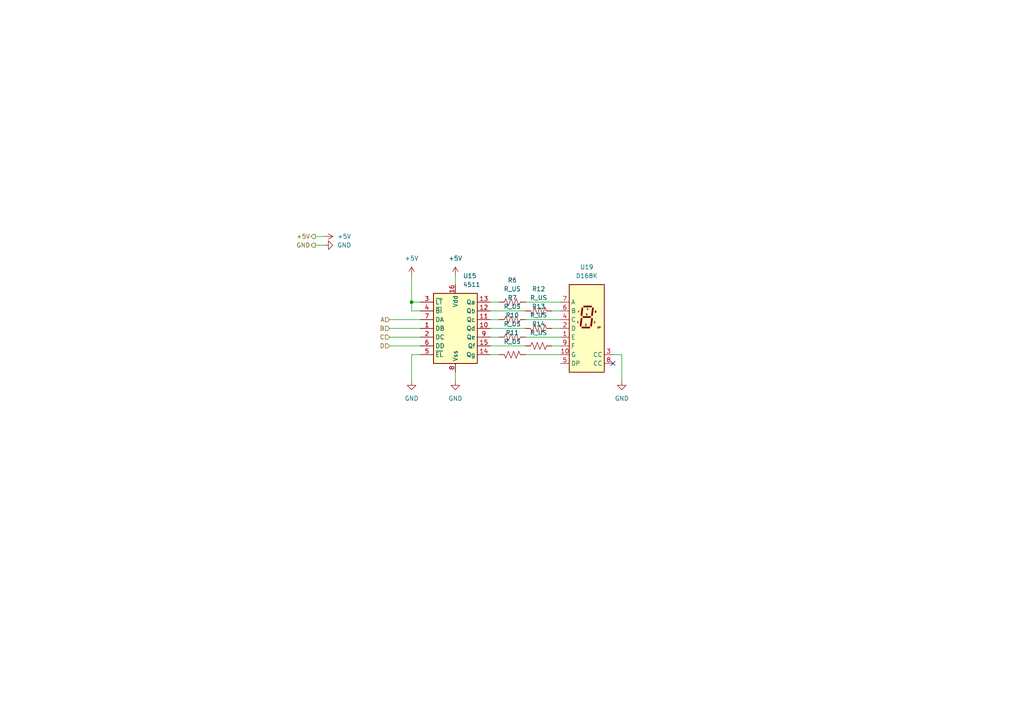
<source format=kicad_sch>
(kicad_sch (version 20230121) (generator eeschema)
  (paper "A4")
  (lib_symbols
    (symbol "4xxx_IEEE:4511"
      (property "Reference" "U8" (at 2.1941 15.24 0))
      (property "Value" "4511" (at 2.1941 12.7 0))
      (symbol "4511_0_1"
        (rectangle (start -6.35 10.16) (end 6.35 -10.16) (stroke (width 0.254)) (fill (type background)))
      )
      (symbol "4511_1_1"
        (pin input line (at -10.16 0 0) (length 3.81) (name "DB") (number "1"))
        (pin output line (at 10.16 0 180) (length 3.81) (name "Qd") (number "10"))
        (pin output line (at 10.16 2.54 180) (length 3.81) (name "Qc") (number "11"))
        (pin output line (at 10.16 5.08 180) (length 3.81) (name "Qb") (number "12"))
        (pin output line (at 10.16 7.62 180) (length 3.81) (name "Qa") (number "13"))
        (pin output line (at 10.16 -7.62 180) (length 3.81) (name "Qg") (number "14"))
        (pin output line (at 10.16 -5.08 180) (length 3.81) (name "Qf") (number "15"))
        (pin power_in line (at 0 12.7 270) (length 2.54) (name "Vdd") (number "16"))
        (pin input line (at -10.16 -2.54 0) (length 3.81) (name "DC") (number "2"))
        (pin input line (at -10.16 7.62 0) (length 3.81) (name "~{LT}") (number "3"))
        (pin input line (at -10.16 5.08 0) (length 3.81) (name "~{BI}") (number "4"))
        (pin input line (at -10.16 -7.62 0) (length 3.81) (name "~{EL}") (number "5"))
        (pin input line (at -10.16 -5.08 0) (length 3.81) (name "DD") (number "6"))
        (pin input line (at -10.16 2.54 0) (length 3.81) (name "DA") (number "7"))
        (pin power_in line (at 0 -12.7 90) (length 2.54) (name "Vss") (number "8"))
        (pin output line (at 10.16 -2.54 180) (length 3.81) (name "Qe") (number "9"))
      )
    )
    (symbol "Device:R_US" (pin_numbers hide) (pin_names (offset 0))
      (property "Reference" "R" (at 2.54 0 90))
      (property "Value" "R_US" (at -2.54 0 90))
      (symbol "R_US_0_1"
        (polyline (pts (xy 0 -2.286) (xy 0 -2.54)))
        (polyline (pts (xy 0 2.286) (xy 0 2.54)))
        (polyline (pts (xy 0 -0.762) (xy 1.016 -1.143) (xy 0 -1.524) (xy -1.016 -1.905) (xy 0 -2.286)))
        (polyline (pts (xy 0 0.762) (xy 1.016 0.381) (xy 0 0) (xy -1.016 -0.381) (xy 0 -0.762)))
        (polyline (pts (xy 0 2.286) (xy 1.016 1.905) (xy 0 1.524) (xy -1.016 1.143) (xy 0 0.762)))
      )
      (symbol "R_US_1_1"
        (pin passive line (at 0 3.81 270) (length 1.27) (name "~") (number "1"))
        (pin passive line (at 0 -3.81 90) (length 1.27) (name "~") (number "2"))
      )
    )
    (symbol "Display_Character:D168K"
      (property "Reference" "U" (at -2.54 13.97 0))
      (property "Value" "D168K" (at 1.27 13.97 0))
      (symbol "D168K_0_0"
        (text "A" (at 0.254 5.588 0) (effects (font (size 0.508 0.508))))
        (text "B" (at 2.54 4.826 0) (effects (font (size 0.508 0.508))))
        (text "C" (at 2.286 1.778 0) (effects (font (size 0.508 0.508))))
        (text "D" (at -0.254 1.016 0) (effects (font (size 0.508 0.508))))
        (text "DP" (at 3.556 0.254 0) (effects (font (size 0.508 0.508))))
        (text "E" (at -2.54 1.778 0) (effects (font (size 0.508 0.508))))
        (text "F" (at -2.286 4.826 0) (effects (font (size 0.508 0.508))))
        (text "G" (at 0 4.064 0) (effects (font (size 0.508 0.508))))
      )
      (symbol "D168K_0_1"
        (rectangle (start -5.08 12.7) (end 5.08 -12.7) (stroke (width 0.254)) (fill (type background)))
        (polyline (pts (xy -1.524 2.794) (xy -1.778 0.762)) (stroke (width 0.508)))
        (polyline (pts (xy -1.27 0.254) (xy 0.762 0.254)) (stroke (width 0.508)))
        (polyline (pts (xy -1.27 5.842) (xy -1.524 3.81)) (stroke (width 0.508)))
        (polyline (pts (xy -1.016 3.302) (xy 1.016 3.302)) (stroke (width 0.508)))
        (polyline (pts (xy -0.762 6.35) (xy 1.27 6.35)) (stroke (width 0.508)))
        (polyline (pts (xy 1.524 2.794) (xy 1.27 0.762)) (stroke (width 0.508)))
        (polyline (pts (xy 1.778 5.842) (xy 1.524 3.81)) (stroke (width 0.508)))
        (polyline (pts (xy 2.54 0.254) (xy 2.54 0.254)) (stroke (width 0.508)))
      )
      (symbol "D168K_1_1"
        (pin input line (at -7.62 -2.54 0) (length 2.54) (name "E") (number "1"))
        (pin input line (at -7.62 -7.62 0) (length 2.54) (name "G") (number "10"))
        (pin input line (at -7.62 0 0) (length 2.54) (name "D") (number "2"))
        (pin input line (at 7.62 -7.62 180) (length 2.54) (name "CC") (number "3"))
        (pin input line (at -7.62 2.54 0) (length 2.54) (name "C") (number "4"))
        (pin input line (at -7.62 -10.16 0) (length 2.54) (name "DP") (number "5"))
        (pin input line (at -7.62 5.08 0) (length 2.54) (name "B") (number "6"))
        (pin input line (at -7.62 7.62 0) (length 2.54) (name "A") (number "7"))
        (pin input line (at 7.62 -10.16 180) (length 2.54) (name "CC") (number "8"))
        (pin input line (at -7.62 -5.08 0) (length 2.54) (name "F") (number "9"))
      )
    )
    (symbol "power:+5V" (power) (pin_names (offset 0))
      (property "Value" "+5V" (at 0 3.556 0))
      (symbol "+5V_0_1"
        (polyline (pts (xy -0.762 1.27) (xy 0 2.54)))
        (polyline (pts (xy 0 0) (xy 0 2.54)))
        (polyline (pts (xy 0 2.54) (xy 0.762 1.27)))
      )
      (symbol "+5V_1_1"
        (pin power_in line (at 0 0 90) (length 0) hide (name "+5V") (number "1"))
      )
    )
    (symbol "power:GND" (power) (pin_names (offset 0))
      (property "Value" "GND" (at 0 -3.81 0))
      (symbol "GND_0_1"
        (polyline (pts (xy 0 0) (xy 0 -1.27) (xy 1.27 -1.27) (xy 0 -2.54) (xy -1.27 -1.27) (xy 0 -1.27)))
      )
      (symbol "GND_1_1"
        (pin power_in line (at 0 0 270) (length 0) hide (name "GND") (number "1"))
      )
    )
  )
  (junction (at 119.38 87.63))
  (no_connect (at 177.8 105.41))
  (wire (pts (xy 160.02 90.17) (xy 162.56 90.17)))
  (wire (pts (xy 119.38 87.63) (xy 119.38 90.17)))
  (wire (pts (xy 119.38 90.17) (xy 121.92 90.17)))
  (wire (pts (xy 119.38 80.01) (xy 119.38 87.63)))
  (wire (pts (xy 180.34 102.87) (xy 180.34 110.49)))
  (wire (pts (xy 142.24 97.79) (xy 144.78 97.79)))
  (wire (pts (xy 132.08 107.95) (xy 132.08 110.49)))
  (wire (pts (xy 142.24 87.63) (xy 144.78 87.63)))
  (wire (pts (xy 142.24 90.17) (xy 152.4 90.17)))
  (wire (pts (xy 142.24 92.71) (xy 144.78 92.71)))
  (wire (pts (xy 160.02 95.25) (xy 162.56 95.25)))
  (wire (pts (xy 152.4 87.63) (xy 162.56 87.63)))
  (wire (pts (xy 113.03 97.79) (xy 121.92 97.79)))
  (wire (pts (xy 119.38 87.63) (xy 121.92 87.63)))
  (wire (pts (xy 113.03 92.71) (xy 121.92 92.71)))
  (wire (pts (xy 142.24 95.25) (xy 152.4 95.25)))
  (wire (pts (xy 91.44 68.58) (xy 93.98 68.58)))
  (wire (pts (xy 142.24 100.33) (xy 152.4 100.33)))
  (wire (pts (xy 160.02 100.33) (xy 162.56 100.33)))
  (wire (pts (xy 119.38 102.87) (xy 119.38 110.49)))
  (wire (pts (xy 142.24 102.87) (xy 144.78 102.87)))
  (wire (pts (xy 180.34 102.87) (xy 177.8 102.87)))
  (wire (pts (xy 91.44 71.12) (xy 93.98 71.12)))
  (wire (pts (xy 119.38 102.87) (xy 121.92 102.87)))
  (wire (pts (xy 113.03 95.25) (xy 121.92 95.25)))
  (wire (pts (xy 152.4 97.79) (xy 162.56 97.79)))
  (wire (pts (xy 152.4 92.71) (xy 162.56 92.71)))
  (wire (pts (xy 152.4 102.87) (xy 162.56 102.87)))
  (wire (pts (xy 132.08 80.01) (xy 132.08 82.55)))
  (wire (pts (xy 113.03 100.33) (xy 121.92 100.33)))
  (hierarchical_label "C" (shape input) (at 113.03 97.79 180))
  (hierarchical_label "+5V" (shape output) (at 91.44 68.58 180))
  (hierarchical_label "D" (shape input) (at 113.03 100.33 180))
  (hierarchical_label "A" (shape input) (at 113.03 92.71 180))
  (hierarchical_label "GND" (shape output) (at 91.44 71.12 180))
  (hierarchical_label "B" (shape input) (at 113.03 95.25 180))
  (symbol (lib_id "Device:R_US") (at 156.21 100.33 90) (unit 1)
    (property "Reference" "R14" (at 156.21 93.98 90))
    (property "Value" "R_US" (at 156.21 96.52 90))
    (property "Footprint" "Resistor_THT:R_Axial_DIN0207_L6.3mm_D2.5mm_P7.62mm_Horizontal" (effects hide))
  )
  (symbol (lib_id "power:GND") (at 119.38 110.49 0) (unit 1)
    (property "Reference" "#PWR045" (effects hide))
    (property "Value" "GND" (at 119.38 115.57 0))
  )
  (symbol (lib_id "power:GND") (at 132.08 110.49 0) (unit 1)
    (property "Reference" "#PWR047" (effects hide))
    (property "Value" "GND" (at 132.08 115.57 0))
  )
  (symbol (lib_id "Device:R_US") (at 148.59 97.79 90) (unit 1)
    (property "Reference" "R10" (at 148.59 91.44 90))
    (property "Value" "R_US" (at 148.59 93.98 90))
    (property "Footprint" "Resistor_THT:R_Axial_DIN0207_L6.3mm_D2.5mm_P7.62mm_Horizontal" (effects hide))
  )
  (symbol (lib_id "Device:R_US") (at 148.59 92.71 90) (unit 1)
    (property "Reference" "R7" (at 148.59 86.36 90))
    (property "Value" "R_US" (at 148.59 88.9 90))
    (property "Footprint" "Resistor_SMD:R_1206_3216Metric" (effects hide))
  )
  (symbol (lib_id "power:+5V") (at 93.98 68.58 270) (unit 1)
    (property "Reference" "#PWR013" (effects hide))
    (property "Value" "+5V" (at 97.79 68.58 90) (effects (justify left)))
    (instances (project "preperf_10x10" (path "" (reference "#PWR013") (unit 1)) (path "" (reference "#PWR019") (unit 1)) (path "" (reference "#PWR036") (unit 1)) (path "" (reference "#PWR035") (unit 1)) (path "" (reference "#PWR049") (unit 1))))
  )
  (symbol (lib_id "Device:R_US") (at 148.59 87.63 90) (unit 1)
    (property "Reference" "R6" (at 148.59 81.28 90))
    (property "Value" "R_US" (at 148.59 83.82 90))
    (property "Footprint" "Resistor_THT:R_Axial_DIN0207_L6.3mm_D2.5mm_P7.62mm_Horizontal" (effects hide))
  )
  (symbol (lib_id "Device:R_US") (at 156.21 90.17 270) (mirror x) (unit 1)
    (property "Reference" "R12" (at 156.21 83.82 90))
    (property "Value" "R_US" (at 156.21 86.36 90))
    (property "Footprint" "Resistor_SMD:R_1206_3216Metric" (effects hide))
  )
  (symbol (lib_id "Device:R_US") (at 148.59 102.87 270) (mirror x) (unit 1)
    (property "Reference" "R11" (at 148.59 96.52 90))
    (property "Value" "R_US" (at 148.59 99.06 90))
    (property "Footprint" "Resistor_THT:R_Axial_DIN0207_L6.3mm_D2.5mm_P7.62mm_Horizontal" (effects hide))
  )
  (symbol (lib_id "power:+5V") (at 132.08 80.01 0) (unit 1)
    (property "Reference" "#PWR046" (effects hide))
    (property "Value" "+5V" (at 132.08 74.93 0))
  )
  (symbol (lib_id "4xxx_IEEE:4511") (at 132.08 95.25 0) (unit 1)
    (property "Reference" "U15" (at 134.2741 80.01 0) (effects (justify left)))
    (property "Value" "4511" (at 134.2741 82.55 0) (effects (justify left)))
    (property "Footprint" "Package_DIP:DIP-16_W7.62mm_Socket" (effects hide))
  )
  (symbol (lib_id "power:GND") (at 93.98 71.12 90) (unit 1)
    (property "Reference" "#PWR08" (effects hide))
    (property "Value" "GND" (at 97.79 71.12 90) (effects (justify right)))
    (instances (project "preperf_10x10" (path "" (reference "#PWR08") (unit 1)) (path "" (reference "#PWR020") (unit 1)) (path "" (reference "#PWR037") (unit 1)) (path "" (reference "#PWR039") (unit 1)) (path "" (reference "#PWR050") (unit 1))))
  )
  (symbol (lib_id "Device:R_US") (at 156.21 95.25 270) (mirror x) (unit 1)
    (property "Reference" "R13" (at 156.21 88.9 90))
    (property "Value" "R_US" (at 156.21 91.44 90))
    (property "Footprint" "Resistor_SMD:R_1206_3216Metric" (effects hide))
  )
  (symbol (lib_id "power:+5V") (at 119.38 80.01 0) (unit 1)
    (property "Reference" "#PWR044" (effects hide))
    (property "Value" "+5V" (at 119.38 74.93 0))
  )
  (symbol (lib_id "power:GND") (at 180.34 110.49 0) (unit 1)
    (property "Reference" "#PWR048" (effects hide))
    (property "Value" "GND" (at 180.34 115.57 0))
  )
  (symbol (lib_id "Display_Character:D168K") (at 170.18 95.25 0) (unit 1)
    (property "Reference" "U19" (at 170.18 77.47 0))
    (property "Value" "D168K" (at 170.18 80.01 0))
    (property "Footprint" "Display_7Segment:D1X8K" (effects hide))
    (property "Datasheet" "https://ia800903.us.archive.org/24/items/CTKD1x8K/Cromatek%20D168K.pdf" (effects hide))
  )
)
</source>
